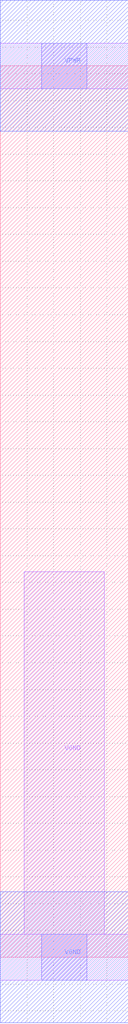
<source format=lef>
# Copyright 2020 The SkyWater PDK Authors
#
# Licensed under the Apache License, Version 2.0 (the "License");
# you may not use this file except in compliance with the License.
# You may obtain a copy of the License at
#
#     https://www.apache.org/licenses/LICENSE-2.0
#
# Unless required by applicable law or agreed to in writing, software
# distributed under the License is distributed on an "AS IS" BASIS,
# WITHOUT WARRANTIES OR CONDITIONS OF ANY KIND, either express or implied.
# See the License for the specific language governing permissions and
# limitations under the License.
#
# SPDX-License-Identifier: Apache-2.0

VERSION 5.7 ;
  NAMESCASESENSITIVE ON ;
  NOWIREEXTENSIONATPIN ON ;
  DIVIDERCHAR "/" ;
  BUSBITCHARS "[]" ;
UNITS
  DATABASE MICRONS 200 ;
END UNITS
MACRO sky130_fd_sc_ls__tapvgndnovpb_1
  CLASS CORE ;
  SOURCE USER ;
  FOREIGN sky130_fd_sc_ls__tapvgndnovpb_1 ;
  ORIGIN  0.000000  0.000000 ;
  SIZE  0.480000 BY  3.330000 ;
  SYMMETRY X Y R90 ;
  SITE unit ;
  PIN VGND
    DIRECTION INOUT ;
    SHAPE ABUTMENT ;
    USE GROUND ;
    PORT
      LAYER li1 ;
        RECT 0.000000 -0.085000 0.480000 0.085000 ;
        RECT 0.090000  0.085000 0.390000 1.440000 ;
      LAYER mcon ;
        RECT 0.155000 -0.085000 0.325000 0.085000 ;
      LAYER met1 ;
        RECT 0.000000 -0.245000 0.480000 0.245000 ;
    END
  END VGND
  PIN VPWR
    DIRECTION INOUT ;
    SHAPE ABUTMENT ;
    USE POWER ;
    PORT
      LAYER li1 ;
        RECT 0.000000 3.245000 0.480000 3.415000 ;
      LAYER mcon ;
        RECT 0.155000 3.245000 0.325000 3.415000 ;
      LAYER met1 ;
        RECT 0.000000 3.085000 0.480000 3.575000 ;
    END
  END VPWR
END sky130_fd_sc_ls__tapvgndnovpb_1

</source>
